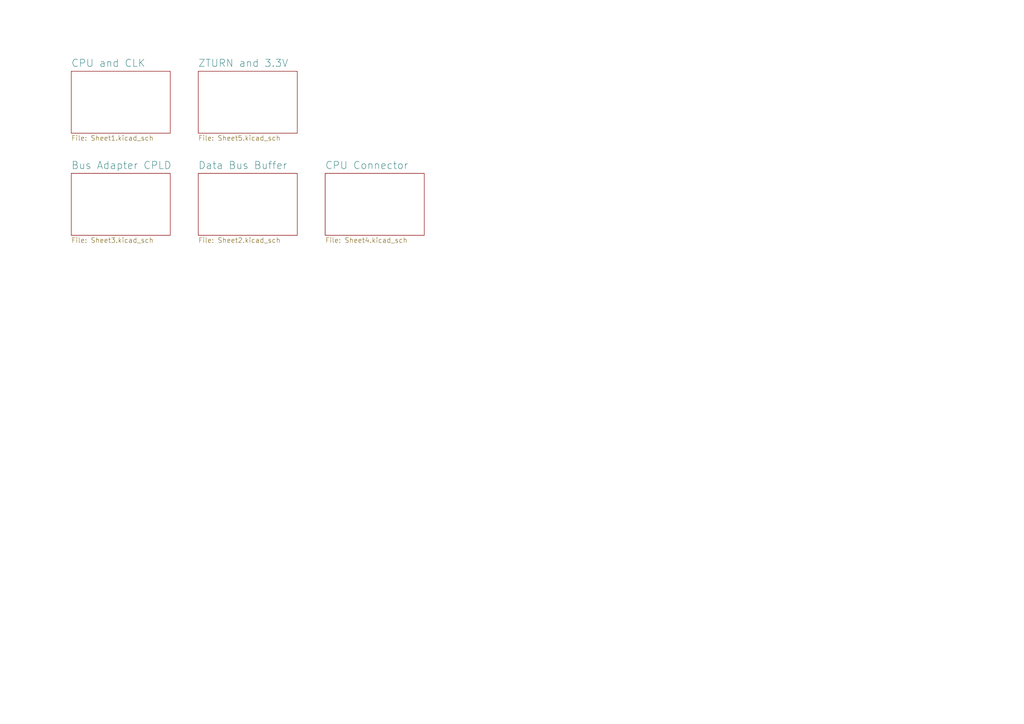
<source format=kicad_sch>
(kicad_sch (version 20230121) (generator eeschema)
  (paper "A3")
  (title_block (title "Z3660 by sHaNsHe (Double H Tech)") (date "2024-03-03") (rev "v0.21d") (comment 1 "v0.21a Changed Array Networks") (comment 2 "v0.21b Changed the 060 socket") (comment 3 "v0.21c version wrongly named") (comment 4 "v0.21d Changed fan header to right angle and three pins"))
  (lib_symbols)
  (sheet (at 133.35 71.12) (size 40.64 25.4)
    (property "Sheetname" "CPU Connector" (at 133.35 69.5448 0) (effects (font (size 2.9972 2.9972)) (justify left bottom)))
    (property "Sheetfile" "Sheet4.kicad_sch" (at 133.35 97.3966 0) (effects (font (size 2 2)) (justify left top)))
  )
  (sheet (at 81.28 71.12) (size 40.64 25.4)
    (property "Sheetname" "Data Bus Buffer" (at 81.28 69.5448 0) (effects (font (size 2.9972 2.9972)) (justify left bottom)))
    (property "Sheetfile" "Sheet2.kicad_sch" (at 81.28 97.3966 0) (effects (font (size 2 2)) (justify left top)))
  )
  (sheet (at 29.21 29.21) (size 40.64 25.4)
    (property "Sheetname" "CPU and CLK" (at 29.21 27.6348 0) (effects (font (size 2.9972 2.9972)) (justify left bottom)))
    (property "Sheetfile" "Sheet1.kicad_sch" (at 29.21 55.4866 0) (effects (font (size 2 2)) (justify left top)))
  )
  (sheet (at 29.21 71.12) (size 40.64 25.4)
    (property "Sheetname" "Bus Adapter CPLD" (at 29.21 69.5448 0) (effects (font (size 2.9972 2.9972)) (justify left bottom)))
    (property "Sheetfile" "Sheet3.kicad_sch" (at 29.21 97.3966 0) (effects (font (size 2 2)) (justify left top)))
  )
  (sheet (at 81.28 29.21) (size 40.64 25.4)
    (property "Sheetname" "ZTURN and 3.3V" (at 81.28 27.6348 0) (effects (font (size 2.9972 2.9972)) (justify left bottom)))
    (property "Sheetfile" "Sheet5.kicad_sch" (at 81.28 55.4866 0) (effects (font (size 2 2)) (justify left top)))
  )
)
</source>
